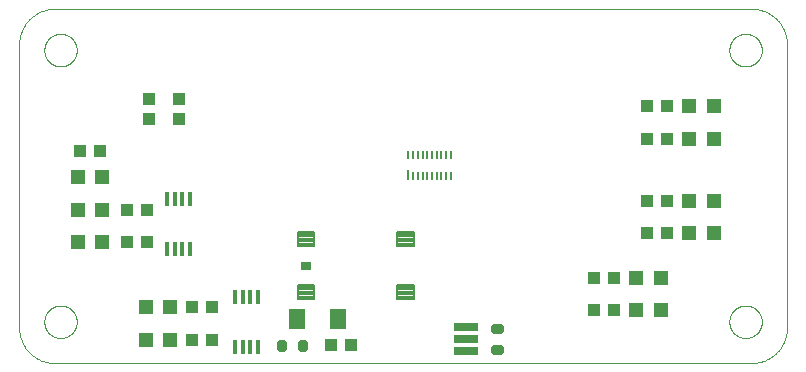
<source format=gtp>
G75*
%MOIN*%
%OFA0B0*%
%FSLAX25Y25*%
%IPPOS*%
%LPD*%
%AMOC8*
5,1,8,0,0,1.08239X$1,22.5*
%
%ADD10C,0.00000*%
%ADD11R,0.04724X0.04724*%
%ADD12C,0.02830*%
%ADD13R,0.07874X0.02756*%
%ADD14C,0.00827*%
%ADD15R,0.03500X0.03000*%
%ADD16R,0.05512X0.07087*%
%ADD17R,0.01181X0.04724*%
%ADD18R,0.03937X0.04331*%
%ADD19R,0.04331X0.03937*%
%ADD20R,0.00787X0.03150*%
%ADD21R,0.00787X0.03543*%
D10*
X0013811Y0013041D02*
X0246094Y0013041D01*
X0246379Y0013044D01*
X0246665Y0013055D01*
X0246950Y0013072D01*
X0247234Y0013096D01*
X0247518Y0013127D01*
X0247801Y0013165D01*
X0248082Y0013210D01*
X0248363Y0013261D01*
X0248643Y0013319D01*
X0248921Y0013384D01*
X0249197Y0013456D01*
X0249471Y0013534D01*
X0249744Y0013619D01*
X0250014Y0013711D01*
X0250282Y0013809D01*
X0250548Y0013913D01*
X0250811Y0014024D01*
X0251071Y0014141D01*
X0251329Y0014264D01*
X0251583Y0014394D01*
X0251834Y0014530D01*
X0252082Y0014671D01*
X0252326Y0014819D01*
X0252567Y0014972D01*
X0252803Y0015132D01*
X0253036Y0015297D01*
X0253265Y0015467D01*
X0253490Y0015643D01*
X0253710Y0015825D01*
X0253926Y0016011D01*
X0254137Y0016203D01*
X0254344Y0016400D01*
X0254546Y0016602D01*
X0254743Y0016809D01*
X0254935Y0017020D01*
X0255121Y0017236D01*
X0255303Y0017456D01*
X0255479Y0017681D01*
X0255649Y0017910D01*
X0255814Y0018143D01*
X0255974Y0018379D01*
X0256127Y0018620D01*
X0256275Y0018864D01*
X0256416Y0019112D01*
X0256552Y0019363D01*
X0256682Y0019617D01*
X0256805Y0019875D01*
X0256922Y0020135D01*
X0257033Y0020398D01*
X0257137Y0020664D01*
X0257235Y0020932D01*
X0257327Y0021202D01*
X0257412Y0021475D01*
X0257490Y0021749D01*
X0257562Y0022025D01*
X0257627Y0022303D01*
X0257685Y0022583D01*
X0257736Y0022864D01*
X0257781Y0023145D01*
X0257819Y0023428D01*
X0257850Y0023712D01*
X0257874Y0023996D01*
X0257891Y0024281D01*
X0257902Y0024567D01*
X0257905Y0024852D01*
X0257906Y0024852D02*
X0257906Y0119340D01*
X0257905Y0119340D02*
X0257902Y0119625D01*
X0257891Y0119911D01*
X0257874Y0120196D01*
X0257850Y0120480D01*
X0257819Y0120764D01*
X0257781Y0121047D01*
X0257736Y0121328D01*
X0257685Y0121609D01*
X0257627Y0121889D01*
X0257562Y0122167D01*
X0257490Y0122443D01*
X0257412Y0122717D01*
X0257327Y0122990D01*
X0257235Y0123260D01*
X0257137Y0123528D01*
X0257033Y0123794D01*
X0256922Y0124057D01*
X0256805Y0124317D01*
X0256682Y0124575D01*
X0256552Y0124829D01*
X0256416Y0125080D01*
X0256275Y0125328D01*
X0256127Y0125572D01*
X0255974Y0125813D01*
X0255814Y0126049D01*
X0255649Y0126282D01*
X0255479Y0126511D01*
X0255303Y0126736D01*
X0255121Y0126956D01*
X0254935Y0127172D01*
X0254743Y0127383D01*
X0254546Y0127590D01*
X0254344Y0127792D01*
X0254137Y0127989D01*
X0253926Y0128181D01*
X0253710Y0128367D01*
X0253490Y0128549D01*
X0253265Y0128725D01*
X0253036Y0128895D01*
X0252803Y0129060D01*
X0252567Y0129220D01*
X0252326Y0129373D01*
X0252082Y0129521D01*
X0251834Y0129662D01*
X0251583Y0129798D01*
X0251329Y0129928D01*
X0251071Y0130051D01*
X0250811Y0130168D01*
X0250548Y0130279D01*
X0250282Y0130383D01*
X0250014Y0130481D01*
X0249744Y0130573D01*
X0249471Y0130658D01*
X0249197Y0130736D01*
X0248921Y0130808D01*
X0248643Y0130873D01*
X0248363Y0130931D01*
X0248082Y0130982D01*
X0247801Y0131027D01*
X0247518Y0131065D01*
X0247234Y0131096D01*
X0246950Y0131120D01*
X0246665Y0131137D01*
X0246379Y0131148D01*
X0246094Y0131151D01*
X0013811Y0131151D01*
X0013526Y0131148D01*
X0013240Y0131137D01*
X0012955Y0131120D01*
X0012671Y0131096D01*
X0012387Y0131065D01*
X0012104Y0131027D01*
X0011823Y0130982D01*
X0011542Y0130931D01*
X0011262Y0130873D01*
X0010984Y0130808D01*
X0010708Y0130736D01*
X0010434Y0130658D01*
X0010161Y0130573D01*
X0009891Y0130481D01*
X0009623Y0130383D01*
X0009357Y0130279D01*
X0009094Y0130168D01*
X0008834Y0130051D01*
X0008576Y0129928D01*
X0008322Y0129798D01*
X0008071Y0129662D01*
X0007823Y0129521D01*
X0007579Y0129373D01*
X0007338Y0129220D01*
X0007102Y0129060D01*
X0006869Y0128895D01*
X0006640Y0128725D01*
X0006415Y0128549D01*
X0006195Y0128367D01*
X0005979Y0128181D01*
X0005768Y0127989D01*
X0005561Y0127792D01*
X0005359Y0127590D01*
X0005162Y0127383D01*
X0004970Y0127172D01*
X0004784Y0126956D01*
X0004602Y0126736D01*
X0004426Y0126511D01*
X0004256Y0126282D01*
X0004091Y0126049D01*
X0003931Y0125813D01*
X0003778Y0125572D01*
X0003630Y0125328D01*
X0003489Y0125080D01*
X0003353Y0124829D01*
X0003223Y0124575D01*
X0003100Y0124317D01*
X0002983Y0124057D01*
X0002872Y0123794D01*
X0002768Y0123528D01*
X0002670Y0123260D01*
X0002578Y0122990D01*
X0002493Y0122717D01*
X0002415Y0122443D01*
X0002343Y0122167D01*
X0002278Y0121889D01*
X0002220Y0121609D01*
X0002169Y0121328D01*
X0002124Y0121047D01*
X0002086Y0120764D01*
X0002055Y0120480D01*
X0002031Y0120196D01*
X0002014Y0119911D01*
X0002003Y0119625D01*
X0002000Y0119340D01*
X0002000Y0024852D01*
X0002003Y0024567D01*
X0002014Y0024281D01*
X0002031Y0023996D01*
X0002055Y0023712D01*
X0002086Y0023428D01*
X0002124Y0023145D01*
X0002169Y0022864D01*
X0002220Y0022583D01*
X0002278Y0022303D01*
X0002343Y0022025D01*
X0002415Y0021749D01*
X0002493Y0021475D01*
X0002578Y0021202D01*
X0002670Y0020932D01*
X0002768Y0020664D01*
X0002872Y0020398D01*
X0002983Y0020135D01*
X0003100Y0019875D01*
X0003223Y0019617D01*
X0003353Y0019363D01*
X0003489Y0019112D01*
X0003630Y0018864D01*
X0003778Y0018620D01*
X0003931Y0018379D01*
X0004091Y0018143D01*
X0004256Y0017910D01*
X0004426Y0017681D01*
X0004602Y0017456D01*
X0004784Y0017236D01*
X0004970Y0017020D01*
X0005162Y0016809D01*
X0005359Y0016602D01*
X0005561Y0016400D01*
X0005768Y0016203D01*
X0005979Y0016011D01*
X0006195Y0015825D01*
X0006415Y0015643D01*
X0006640Y0015467D01*
X0006869Y0015297D01*
X0007102Y0015132D01*
X0007338Y0014972D01*
X0007579Y0014819D01*
X0007823Y0014671D01*
X0008071Y0014530D01*
X0008322Y0014394D01*
X0008576Y0014264D01*
X0008834Y0014141D01*
X0009094Y0014024D01*
X0009357Y0013913D01*
X0009623Y0013809D01*
X0009891Y0013711D01*
X0010161Y0013619D01*
X0010434Y0013534D01*
X0010708Y0013456D01*
X0010984Y0013384D01*
X0011262Y0013319D01*
X0011542Y0013261D01*
X0011823Y0013210D01*
X0012104Y0013165D01*
X0012387Y0013127D01*
X0012671Y0013096D01*
X0012955Y0013072D01*
X0013240Y0013055D01*
X0013526Y0013044D01*
X0013811Y0013041D01*
X0010367Y0026820D02*
X0010369Y0026967D01*
X0010375Y0027113D01*
X0010385Y0027259D01*
X0010399Y0027405D01*
X0010417Y0027551D01*
X0010438Y0027696D01*
X0010464Y0027840D01*
X0010494Y0027984D01*
X0010527Y0028126D01*
X0010564Y0028268D01*
X0010605Y0028409D01*
X0010650Y0028548D01*
X0010699Y0028687D01*
X0010751Y0028824D01*
X0010808Y0028959D01*
X0010867Y0029093D01*
X0010931Y0029225D01*
X0010998Y0029355D01*
X0011068Y0029484D01*
X0011142Y0029611D01*
X0011219Y0029735D01*
X0011300Y0029858D01*
X0011384Y0029978D01*
X0011471Y0030096D01*
X0011561Y0030211D01*
X0011654Y0030324D01*
X0011751Y0030435D01*
X0011850Y0030543D01*
X0011952Y0030648D01*
X0012057Y0030750D01*
X0012165Y0030849D01*
X0012276Y0030946D01*
X0012389Y0031039D01*
X0012504Y0031129D01*
X0012622Y0031216D01*
X0012742Y0031300D01*
X0012865Y0031381D01*
X0012989Y0031458D01*
X0013116Y0031532D01*
X0013245Y0031602D01*
X0013375Y0031669D01*
X0013507Y0031733D01*
X0013641Y0031792D01*
X0013776Y0031849D01*
X0013913Y0031901D01*
X0014052Y0031950D01*
X0014191Y0031995D01*
X0014332Y0032036D01*
X0014474Y0032073D01*
X0014616Y0032106D01*
X0014760Y0032136D01*
X0014904Y0032162D01*
X0015049Y0032183D01*
X0015195Y0032201D01*
X0015341Y0032215D01*
X0015487Y0032225D01*
X0015633Y0032231D01*
X0015780Y0032233D01*
X0015927Y0032231D01*
X0016073Y0032225D01*
X0016219Y0032215D01*
X0016365Y0032201D01*
X0016511Y0032183D01*
X0016656Y0032162D01*
X0016800Y0032136D01*
X0016944Y0032106D01*
X0017086Y0032073D01*
X0017228Y0032036D01*
X0017369Y0031995D01*
X0017508Y0031950D01*
X0017647Y0031901D01*
X0017784Y0031849D01*
X0017919Y0031792D01*
X0018053Y0031733D01*
X0018185Y0031669D01*
X0018315Y0031602D01*
X0018444Y0031532D01*
X0018571Y0031458D01*
X0018695Y0031381D01*
X0018818Y0031300D01*
X0018938Y0031216D01*
X0019056Y0031129D01*
X0019171Y0031039D01*
X0019284Y0030946D01*
X0019395Y0030849D01*
X0019503Y0030750D01*
X0019608Y0030648D01*
X0019710Y0030543D01*
X0019809Y0030435D01*
X0019906Y0030324D01*
X0019999Y0030211D01*
X0020089Y0030096D01*
X0020176Y0029978D01*
X0020260Y0029858D01*
X0020341Y0029735D01*
X0020418Y0029611D01*
X0020492Y0029484D01*
X0020562Y0029355D01*
X0020629Y0029225D01*
X0020693Y0029093D01*
X0020752Y0028959D01*
X0020809Y0028824D01*
X0020861Y0028687D01*
X0020910Y0028548D01*
X0020955Y0028409D01*
X0020996Y0028268D01*
X0021033Y0028126D01*
X0021066Y0027984D01*
X0021096Y0027840D01*
X0021122Y0027696D01*
X0021143Y0027551D01*
X0021161Y0027405D01*
X0021175Y0027259D01*
X0021185Y0027113D01*
X0021191Y0026967D01*
X0021193Y0026820D01*
X0021191Y0026673D01*
X0021185Y0026527D01*
X0021175Y0026381D01*
X0021161Y0026235D01*
X0021143Y0026089D01*
X0021122Y0025944D01*
X0021096Y0025800D01*
X0021066Y0025656D01*
X0021033Y0025514D01*
X0020996Y0025372D01*
X0020955Y0025231D01*
X0020910Y0025092D01*
X0020861Y0024953D01*
X0020809Y0024816D01*
X0020752Y0024681D01*
X0020693Y0024547D01*
X0020629Y0024415D01*
X0020562Y0024285D01*
X0020492Y0024156D01*
X0020418Y0024029D01*
X0020341Y0023905D01*
X0020260Y0023782D01*
X0020176Y0023662D01*
X0020089Y0023544D01*
X0019999Y0023429D01*
X0019906Y0023316D01*
X0019809Y0023205D01*
X0019710Y0023097D01*
X0019608Y0022992D01*
X0019503Y0022890D01*
X0019395Y0022791D01*
X0019284Y0022694D01*
X0019171Y0022601D01*
X0019056Y0022511D01*
X0018938Y0022424D01*
X0018818Y0022340D01*
X0018695Y0022259D01*
X0018571Y0022182D01*
X0018444Y0022108D01*
X0018315Y0022038D01*
X0018185Y0021971D01*
X0018053Y0021907D01*
X0017919Y0021848D01*
X0017784Y0021791D01*
X0017647Y0021739D01*
X0017508Y0021690D01*
X0017369Y0021645D01*
X0017228Y0021604D01*
X0017086Y0021567D01*
X0016944Y0021534D01*
X0016800Y0021504D01*
X0016656Y0021478D01*
X0016511Y0021457D01*
X0016365Y0021439D01*
X0016219Y0021425D01*
X0016073Y0021415D01*
X0015927Y0021409D01*
X0015780Y0021407D01*
X0015633Y0021409D01*
X0015487Y0021415D01*
X0015341Y0021425D01*
X0015195Y0021439D01*
X0015049Y0021457D01*
X0014904Y0021478D01*
X0014760Y0021504D01*
X0014616Y0021534D01*
X0014474Y0021567D01*
X0014332Y0021604D01*
X0014191Y0021645D01*
X0014052Y0021690D01*
X0013913Y0021739D01*
X0013776Y0021791D01*
X0013641Y0021848D01*
X0013507Y0021907D01*
X0013375Y0021971D01*
X0013245Y0022038D01*
X0013116Y0022108D01*
X0012989Y0022182D01*
X0012865Y0022259D01*
X0012742Y0022340D01*
X0012622Y0022424D01*
X0012504Y0022511D01*
X0012389Y0022601D01*
X0012276Y0022694D01*
X0012165Y0022791D01*
X0012057Y0022890D01*
X0011952Y0022992D01*
X0011850Y0023097D01*
X0011751Y0023205D01*
X0011654Y0023316D01*
X0011561Y0023429D01*
X0011471Y0023544D01*
X0011384Y0023662D01*
X0011300Y0023782D01*
X0011219Y0023905D01*
X0011142Y0024029D01*
X0011068Y0024156D01*
X0010998Y0024285D01*
X0010931Y0024415D01*
X0010867Y0024547D01*
X0010808Y0024681D01*
X0010751Y0024816D01*
X0010699Y0024953D01*
X0010650Y0025092D01*
X0010605Y0025231D01*
X0010564Y0025372D01*
X0010527Y0025514D01*
X0010494Y0025656D01*
X0010464Y0025800D01*
X0010438Y0025944D01*
X0010417Y0026089D01*
X0010399Y0026235D01*
X0010385Y0026381D01*
X0010375Y0026527D01*
X0010369Y0026673D01*
X0010367Y0026820D01*
X0010367Y0117371D02*
X0010369Y0117518D01*
X0010375Y0117664D01*
X0010385Y0117810D01*
X0010399Y0117956D01*
X0010417Y0118102D01*
X0010438Y0118247D01*
X0010464Y0118391D01*
X0010494Y0118535D01*
X0010527Y0118677D01*
X0010564Y0118819D01*
X0010605Y0118960D01*
X0010650Y0119099D01*
X0010699Y0119238D01*
X0010751Y0119375D01*
X0010808Y0119510D01*
X0010867Y0119644D01*
X0010931Y0119776D01*
X0010998Y0119906D01*
X0011068Y0120035D01*
X0011142Y0120162D01*
X0011219Y0120286D01*
X0011300Y0120409D01*
X0011384Y0120529D01*
X0011471Y0120647D01*
X0011561Y0120762D01*
X0011654Y0120875D01*
X0011751Y0120986D01*
X0011850Y0121094D01*
X0011952Y0121199D01*
X0012057Y0121301D01*
X0012165Y0121400D01*
X0012276Y0121497D01*
X0012389Y0121590D01*
X0012504Y0121680D01*
X0012622Y0121767D01*
X0012742Y0121851D01*
X0012865Y0121932D01*
X0012989Y0122009D01*
X0013116Y0122083D01*
X0013245Y0122153D01*
X0013375Y0122220D01*
X0013507Y0122284D01*
X0013641Y0122343D01*
X0013776Y0122400D01*
X0013913Y0122452D01*
X0014052Y0122501D01*
X0014191Y0122546D01*
X0014332Y0122587D01*
X0014474Y0122624D01*
X0014616Y0122657D01*
X0014760Y0122687D01*
X0014904Y0122713D01*
X0015049Y0122734D01*
X0015195Y0122752D01*
X0015341Y0122766D01*
X0015487Y0122776D01*
X0015633Y0122782D01*
X0015780Y0122784D01*
X0015927Y0122782D01*
X0016073Y0122776D01*
X0016219Y0122766D01*
X0016365Y0122752D01*
X0016511Y0122734D01*
X0016656Y0122713D01*
X0016800Y0122687D01*
X0016944Y0122657D01*
X0017086Y0122624D01*
X0017228Y0122587D01*
X0017369Y0122546D01*
X0017508Y0122501D01*
X0017647Y0122452D01*
X0017784Y0122400D01*
X0017919Y0122343D01*
X0018053Y0122284D01*
X0018185Y0122220D01*
X0018315Y0122153D01*
X0018444Y0122083D01*
X0018571Y0122009D01*
X0018695Y0121932D01*
X0018818Y0121851D01*
X0018938Y0121767D01*
X0019056Y0121680D01*
X0019171Y0121590D01*
X0019284Y0121497D01*
X0019395Y0121400D01*
X0019503Y0121301D01*
X0019608Y0121199D01*
X0019710Y0121094D01*
X0019809Y0120986D01*
X0019906Y0120875D01*
X0019999Y0120762D01*
X0020089Y0120647D01*
X0020176Y0120529D01*
X0020260Y0120409D01*
X0020341Y0120286D01*
X0020418Y0120162D01*
X0020492Y0120035D01*
X0020562Y0119906D01*
X0020629Y0119776D01*
X0020693Y0119644D01*
X0020752Y0119510D01*
X0020809Y0119375D01*
X0020861Y0119238D01*
X0020910Y0119099D01*
X0020955Y0118960D01*
X0020996Y0118819D01*
X0021033Y0118677D01*
X0021066Y0118535D01*
X0021096Y0118391D01*
X0021122Y0118247D01*
X0021143Y0118102D01*
X0021161Y0117956D01*
X0021175Y0117810D01*
X0021185Y0117664D01*
X0021191Y0117518D01*
X0021193Y0117371D01*
X0021191Y0117224D01*
X0021185Y0117078D01*
X0021175Y0116932D01*
X0021161Y0116786D01*
X0021143Y0116640D01*
X0021122Y0116495D01*
X0021096Y0116351D01*
X0021066Y0116207D01*
X0021033Y0116065D01*
X0020996Y0115923D01*
X0020955Y0115782D01*
X0020910Y0115643D01*
X0020861Y0115504D01*
X0020809Y0115367D01*
X0020752Y0115232D01*
X0020693Y0115098D01*
X0020629Y0114966D01*
X0020562Y0114836D01*
X0020492Y0114707D01*
X0020418Y0114580D01*
X0020341Y0114456D01*
X0020260Y0114333D01*
X0020176Y0114213D01*
X0020089Y0114095D01*
X0019999Y0113980D01*
X0019906Y0113867D01*
X0019809Y0113756D01*
X0019710Y0113648D01*
X0019608Y0113543D01*
X0019503Y0113441D01*
X0019395Y0113342D01*
X0019284Y0113245D01*
X0019171Y0113152D01*
X0019056Y0113062D01*
X0018938Y0112975D01*
X0018818Y0112891D01*
X0018695Y0112810D01*
X0018571Y0112733D01*
X0018444Y0112659D01*
X0018315Y0112589D01*
X0018185Y0112522D01*
X0018053Y0112458D01*
X0017919Y0112399D01*
X0017784Y0112342D01*
X0017647Y0112290D01*
X0017508Y0112241D01*
X0017369Y0112196D01*
X0017228Y0112155D01*
X0017086Y0112118D01*
X0016944Y0112085D01*
X0016800Y0112055D01*
X0016656Y0112029D01*
X0016511Y0112008D01*
X0016365Y0111990D01*
X0016219Y0111976D01*
X0016073Y0111966D01*
X0015927Y0111960D01*
X0015780Y0111958D01*
X0015633Y0111960D01*
X0015487Y0111966D01*
X0015341Y0111976D01*
X0015195Y0111990D01*
X0015049Y0112008D01*
X0014904Y0112029D01*
X0014760Y0112055D01*
X0014616Y0112085D01*
X0014474Y0112118D01*
X0014332Y0112155D01*
X0014191Y0112196D01*
X0014052Y0112241D01*
X0013913Y0112290D01*
X0013776Y0112342D01*
X0013641Y0112399D01*
X0013507Y0112458D01*
X0013375Y0112522D01*
X0013245Y0112589D01*
X0013116Y0112659D01*
X0012989Y0112733D01*
X0012865Y0112810D01*
X0012742Y0112891D01*
X0012622Y0112975D01*
X0012504Y0113062D01*
X0012389Y0113152D01*
X0012276Y0113245D01*
X0012165Y0113342D01*
X0012057Y0113441D01*
X0011952Y0113543D01*
X0011850Y0113648D01*
X0011751Y0113756D01*
X0011654Y0113867D01*
X0011561Y0113980D01*
X0011471Y0114095D01*
X0011384Y0114213D01*
X0011300Y0114333D01*
X0011219Y0114456D01*
X0011142Y0114580D01*
X0011068Y0114707D01*
X0010998Y0114836D01*
X0010931Y0114966D01*
X0010867Y0115098D01*
X0010808Y0115232D01*
X0010751Y0115367D01*
X0010699Y0115504D01*
X0010650Y0115643D01*
X0010605Y0115782D01*
X0010564Y0115923D01*
X0010527Y0116065D01*
X0010494Y0116207D01*
X0010464Y0116351D01*
X0010438Y0116495D01*
X0010417Y0116640D01*
X0010399Y0116786D01*
X0010385Y0116932D01*
X0010375Y0117078D01*
X0010369Y0117224D01*
X0010367Y0117371D01*
X0238713Y0117371D02*
X0238715Y0117518D01*
X0238721Y0117664D01*
X0238731Y0117810D01*
X0238745Y0117956D01*
X0238763Y0118102D01*
X0238784Y0118247D01*
X0238810Y0118391D01*
X0238840Y0118535D01*
X0238873Y0118677D01*
X0238910Y0118819D01*
X0238951Y0118960D01*
X0238996Y0119099D01*
X0239045Y0119238D01*
X0239097Y0119375D01*
X0239154Y0119510D01*
X0239213Y0119644D01*
X0239277Y0119776D01*
X0239344Y0119906D01*
X0239414Y0120035D01*
X0239488Y0120162D01*
X0239565Y0120286D01*
X0239646Y0120409D01*
X0239730Y0120529D01*
X0239817Y0120647D01*
X0239907Y0120762D01*
X0240000Y0120875D01*
X0240097Y0120986D01*
X0240196Y0121094D01*
X0240298Y0121199D01*
X0240403Y0121301D01*
X0240511Y0121400D01*
X0240622Y0121497D01*
X0240735Y0121590D01*
X0240850Y0121680D01*
X0240968Y0121767D01*
X0241088Y0121851D01*
X0241211Y0121932D01*
X0241335Y0122009D01*
X0241462Y0122083D01*
X0241591Y0122153D01*
X0241721Y0122220D01*
X0241853Y0122284D01*
X0241987Y0122343D01*
X0242122Y0122400D01*
X0242259Y0122452D01*
X0242398Y0122501D01*
X0242537Y0122546D01*
X0242678Y0122587D01*
X0242820Y0122624D01*
X0242962Y0122657D01*
X0243106Y0122687D01*
X0243250Y0122713D01*
X0243395Y0122734D01*
X0243541Y0122752D01*
X0243687Y0122766D01*
X0243833Y0122776D01*
X0243979Y0122782D01*
X0244126Y0122784D01*
X0244273Y0122782D01*
X0244419Y0122776D01*
X0244565Y0122766D01*
X0244711Y0122752D01*
X0244857Y0122734D01*
X0245002Y0122713D01*
X0245146Y0122687D01*
X0245290Y0122657D01*
X0245432Y0122624D01*
X0245574Y0122587D01*
X0245715Y0122546D01*
X0245854Y0122501D01*
X0245993Y0122452D01*
X0246130Y0122400D01*
X0246265Y0122343D01*
X0246399Y0122284D01*
X0246531Y0122220D01*
X0246661Y0122153D01*
X0246790Y0122083D01*
X0246917Y0122009D01*
X0247041Y0121932D01*
X0247164Y0121851D01*
X0247284Y0121767D01*
X0247402Y0121680D01*
X0247517Y0121590D01*
X0247630Y0121497D01*
X0247741Y0121400D01*
X0247849Y0121301D01*
X0247954Y0121199D01*
X0248056Y0121094D01*
X0248155Y0120986D01*
X0248252Y0120875D01*
X0248345Y0120762D01*
X0248435Y0120647D01*
X0248522Y0120529D01*
X0248606Y0120409D01*
X0248687Y0120286D01*
X0248764Y0120162D01*
X0248838Y0120035D01*
X0248908Y0119906D01*
X0248975Y0119776D01*
X0249039Y0119644D01*
X0249098Y0119510D01*
X0249155Y0119375D01*
X0249207Y0119238D01*
X0249256Y0119099D01*
X0249301Y0118960D01*
X0249342Y0118819D01*
X0249379Y0118677D01*
X0249412Y0118535D01*
X0249442Y0118391D01*
X0249468Y0118247D01*
X0249489Y0118102D01*
X0249507Y0117956D01*
X0249521Y0117810D01*
X0249531Y0117664D01*
X0249537Y0117518D01*
X0249539Y0117371D01*
X0249537Y0117224D01*
X0249531Y0117078D01*
X0249521Y0116932D01*
X0249507Y0116786D01*
X0249489Y0116640D01*
X0249468Y0116495D01*
X0249442Y0116351D01*
X0249412Y0116207D01*
X0249379Y0116065D01*
X0249342Y0115923D01*
X0249301Y0115782D01*
X0249256Y0115643D01*
X0249207Y0115504D01*
X0249155Y0115367D01*
X0249098Y0115232D01*
X0249039Y0115098D01*
X0248975Y0114966D01*
X0248908Y0114836D01*
X0248838Y0114707D01*
X0248764Y0114580D01*
X0248687Y0114456D01*
X0248606Y0114333D01*
X0248522Y0114213D01*
X0248435Y0114095D01*
X0248345Y0113980D01*
X0248252Y0113867D01*
X0248155Y0113756D01*
X0248056Y0113648D01*
X0247954Y0113543D01*
X0247849Y0113441D01*
X0247741Y0113342D01*
X0247630Y0113245D01*
X0247517Y0113152D01*
X0247402Y0113062D01*
X0247284Y0112975D01*
X0247164Y0112891D01*
X0247041Y0112810D01*
X0246917Y0112733D01*
X0246790Y0112659D01*
X0246661Y0112589D01*
X0246531Y0112522D01*
X0246399Y0112458D01*
X0246265Y0112399D01*
X0246130Y0112342D01*
X0245993Y0112290D01*
X0245854Y0112241D01*
X0245715Y0112196D01*
X0245574Y0112155D01*
X0245432Y0112118D01*
X0245290Y0112085D01*
X0245146Y0112055D01*
X0245002Y0112029D01*
X0244857Y0112008D01*
X0244711Y0111990D01*
X0244565Y0111976D01*
X0244419Y0111966D01*
X0244273Y0111960D01*
X0244126Y0111958D01*
X0243979Y0111960D01*
X0243833Y0111966D01*
X0243687Y0111976D01*
X0243541Y0111990D01*
X0243395Y0112008D01*
X0243250Y0112029D01*
X0243106Y0112055D01*
X0242962Y0112085D01*
X0242820Y0112118D01*
X0242678Y0112155D01*
X0242537Y0112196D01*
X0242398Y0112241D01*
X0242259Y0112290D01*
X0242122Y0112342D01*
X0241987Y0112399D01*
X0241853Y0112458D01*
X0241721Y0112522D01*
X0241591Y0112589D01*
X0241462Y0112659D01*
X0241335Y0112733D01*
X0241211Y0112810D01*
X0241088Y0112891D01*
X0240968Y0112975D01*
X0240850Y0113062D01*
X0240735Y0113152D01*
X0240622Y0113245D01*
X0240511Y0113342D01*
X0240403Y0113441D01*
X0240298Y0113543D01*
X0240196Y0113648D01*
X0240097Y0113756D01*
X0240000Y0113867D01*
X0239907Y0113980D01*
X0239817Y0114095D01*
X0239730Y0114213D01*
X0239646Y0114333D01*
X0239565Y0114456D01*
X0239488Y0114580D01*
X0239414Y0114707D01*
X0239344Y0114836D01*
X0239277Y0114966D01*
X0239213Y0115098D01*
X0239154Y0115232D01*
X0239097Y0115367D01*
X0239045Y0115504D01*
X0238996Y0115643D01*
X0238951Y0115782D01*
X0238910Y0115923D01*
X0238873Y0116065D01*
X0238840Y0116207D01*
X0238810Y0116351D01*
X0238784Y0116495D01*
X0238763Y0116640D01*
X0238745Y0116786D01*
X0238731Y0116932D01*
X0238721Y0117078D01*
X0238715Y0117224D01*
X0238713Y0117371D01*
X0238713Y0026820D02*
X0238715Y0026967D01*
X0238721Y0027113D01*
X0238731Y0027259D01*
X0238745Y0027405D01*
X0238763Y0027551D01*
X0238784Y0027696D01*
X0238810Y0027840D01*
X0238840Y0027984D01*
X0238873Y0028126D01*
X0238910Y0028268D01*
X0238951Y0028409D01*
X0238996Y0028548D01*
X0239045Y0028687D01*
X0239097Y0028824D01*
X0239154Y0028959D01*
X0239213Y0029093D01*
X0239277Y0029225D01*
X0239344Y0029355D01*
X0239414Y0029484D01*
X0239488Y0029611D01*
X0239565Y0029735D01*
X0239646Y0029858D01*
X0239730Y0029978D01*
X0239817Y0030096D01*
X0239907Y0030211D01*
X0240000Y0030324D01*
X0240097Y0030435D01*
X0240196Y0030543D01*
X0240298Y0030648D01*
X0240403Y0030750D01*
X0240511Y0030849D01*
X0240622Y0030946D01*
X0240735Y0031039D01*
X0240850Y0031129D01*
X0240968Y0031216D01*
X0241088Y0031300D01*
X0241211Y0031381D01*
X0241335Y0031458D01*
X0241462Y0031532D01*
X0241591Y0031602D01*
X0241721Y0031669D01*
X0241853Y0031733D01*
X0241987Y0031792D01*
X0242122Y0031849D01*
X0242259Y0031901D01*
X0242398Y0031950D01*
X0242537Y0031995D01*
X0242678Y0032036D01*
X0242820Y0032073D01*
X0242962Y0032106D01*
X0243106Y0032136D01*
X0243250Y0032162D01*
X0243395Y0032183D01*
X0243541Y0032201D01*
X0243687Y0032215D01*
X0243833Y0032225D01*
X0243979Y0032231D01*
X0244126Y0032233D01*
X0244273Y0032231D01*
X0244419Y0032225D01*
X0244565Y0032215D01*
X0244711Y0032201D01*
X0244857Y0032183D01*
X0245002Y0032162D01*
X0245146Y0032136D01*
X0245290Y0032106D01*
X0245432Y0032073D01*
X0245574Y0032036D01*
X0245715Y0031995D01*
X0245854Y0031950D01*
X0245993Y0031901D01*
X0246130Y0031849D01*
X0246265Y0031792D01*
X0246399Y0031733D01*
X0246531Y0031669D01*
X0246661Y0031602D01*
X0246790Y0031532D01*
X0246917Y0031458D01*
X0247041Y0031381D01*
X0247164Y0031300D01*
X0247284Y0031216D01*
X0247402Y0031129D01*
X0247517Y0031039D01*
X0247630Y0030946D01*
X0247741Y0030849D01*
X0247849Y0030750D01*
X0247954Y0030648D01*
X0248056Y0030543D01*
X0248155Y0030435D01*
X0248252Y0030324D01*
X0248345Y0030211D01*
X0248435Y0030096D01*
X0248522Y0029978D01*
X0248606Y0029858D01*
X0248687Y0029735D01*
X0248764Y0029611D01*
X0248838Y0029484D01*
X0248908Y0029355D01*
X0248975Y0029225D01*
X0249039Y0029093D01*
X0249098Y0028959D01*
X0249155Y0028824D01*
X0249207Y0028687D01*
X0249256Y0028548D01*
X0249301Y0028409D01*
X0249342Y0028268D01*
X0249379Y0028126D01*
X0249412Y0027984D01*
X0249442Y0027840D01*
X0249468Y0027696D01*
X0249489Y0027551D01*
X0249507Y0027405D01*
X0249521Y0027259D01*
X0249531Y0027113D01*
X0249537Y0026967D01*
X0249539Y0026820D01*
X0249537Y0026673D01*
X0249531Y0026527D01*
X0249521Y0026381D01*
X0249507Y0026235D01*
X0249489Y0026089D01*
X0249468Y0025944D01*
X0249442Y0025800D01*
X0249412Y0025656D01*
X0249379Y0025514D01*
X0249342Y0025372D01*
X0249301Y0025231D01*
X0249256Y0025092D01*
X0249207Y0024953D01*
X0249155Y0024816D01*
X0249098Y0024681D01*
X0249039Y0024547D01*
X0248975Y0024415D01*
X0248908Y0024285D01*
X0248838Y0024156D01*
X0248764Y0024029D01*
X0248687Y0023905D01*
X0248606Y0023782D01*
X0248522Y0023662D01*
X0248435Y0023544D01*
X0248345Y0023429D01*
X0248252Y0023316D01*
X0248155Y0023205D01*
X0248056Y0023097D01*
X0247954Y0022992D01*
X0247849Y0022890D01*
X0247741Y0022791D01*
X0247630Y0022694D01*
X0247517Y0022601D01*
X0247402Y0022511D01*
X0247284Y0022424D01*
X0247164Y0022340D01*
X0247041Y0022259D01*
X0246917Y0022182D01*
X0246790Y0022108D01*
X0246661Y0022038D01*
X0246531Y0021971D01*
X0246399Y0021907D01*
X0246265Y0021848D01*
X0246130Y0021791D01*
X0245993Y0021739D01*
X0245854Y0021690D01*
X0245715Y0021645D01*
X0245574Y0021604D01*
X0245432Y0021567D01*
X0245290Y0021534D01*
X0245146Y0021504D01*
X0245002Y0021478D01*
X0244857Y0021457D01*
X0244711Y0021439D01*
X0244565Y0021425D01*
X0244419Y0021415D01*
X0244273Y0021409D01*
X0244126Y0021407D01*
X0243979Y0021409D01*
X0243833Y0021415D01*
X0243687Y0021425D01*
X0243541Y0021439D01*
X0243395Y0021457D01*
X0243250Y0021478D01*
X0243106Y0021504D01*
X0242962Y0021534D01*
X0242820Y0021567D01*
X0242678Y0021604D01*
X0242537Y0021645D01*
X0242398Y0021690D01*
X0242259Y0021739D01*
X0242122Y0021791D01*
X0241987Y0021848D01*
X0241853Y0021907D01*
X0241721Y0021971D01*
X0241591Y0022038D01*
X0241462Y0022108D01*
X0241335Y0022182D01*
X0241211Y0022259D01*
X0241088Y0022340D01*
X0240968Y0022424D01*
X0240850Y0022511D01*
X0240735Y0022601D01*
X0240622Y0022694D01*
X0240511Y0022791D01*
X0240403Y0022890D01*
X0240298Y0022992D01*
X0240196Y0023097D01*
X0240097Y0023205D01*
X0240000Y0023316D01*
X0239907Y0023429D01*
X0239817Y0023544D01*
X0239730Y0023662D01*
X0239646Y0023782D01*
X0239565Y0023905D01*
X0239488Y0024029D01*
X0239414Y0024156D01*
X0239344Y0024285D01*
X0239277Y0024415D01*
X0239213Y0024547D01*
X0239154Y0024681D01*
X0239097Y0024816D01*
X0239045Y0024953D01*
X0238996Y0025092D01*
X0238951Y0025231D01*
X0238910Y0025372D01*
X0238873Y0025514D01*
X0238840Y0025656D01*
X0238810Y0025800D01*
X0238784Y0025944D01*
X0238763Y0026089D01*
X0238745Y0026235D01*
X0238731Y0026381D01*
X0238721Y0026527D01*
X0238715Y0026673D01*
X0238713Y0026820D01*
D11*
X0215780Y0030757D03*
X0207512Y0030757D03*
X0207512Y0041584D03*
X0215780Y0041584D03*
X0225228Y0056348D03*
X0233496Y0056348D03*
X0233496Y0067174D03*
X0225228Y0067174D03*
X0225228Y0087844D03*
X0233496Y0087844D03*
X0233496Y0098670D03*
X0225228Y0098670D03*
X0052394Y0031741D03*
X0044126Y0031741D03*
X0044126Y0020915D03*
X0052394Y0020915D03*
X0029756Y0053395D03*
X0021488Y0053395D03*
X0021488Y0064222D03*
X0029756Y0064222D03*
X0029756Y0075048D03*
X0021488Y0075048D03*
D12*
X0089289Y0019499D02*
X0089289Y0017999D01*
X0089289Y0019499D02*
X0089995Y0019499D01*
X0089995Y0017999D01*
X0089289Y0017999D01*
X0096289Y0017999D02*
X0096289Y0019499D01*
X0096995Y0019499D01*
X0096995Y0017999D01*
X0096289Y0017999D01*
X0162199Y0017768D02*
X0162199Y0017062D01*
X0160699Y0017062D01*
X0160699Y0017768D01*
X0162199Y0017768D01*
X0162199Y0024062D02*
X0162199Y0024768D01*
X0162199Y0024062D02*
X0160699Y0024062D01*
X0160699Y0024768D01*
X0162199Y0024768D01*
D13*
X0150819Y0025048D03*
X0150819Y0021111D03*
X0150819Y0017174D03*
D14*
X0133476Y0034320D02*
X0128004Y0034320D01*
X0128004Y0039006D01*
X0133476Y0039006D01*
X0133476Y0034320D01*
X0133476Y0035146D02*
X0128004Y0035146D01*
X0128004Y0035972D02*
X0133476Y0035972D01*
X0133476Y0036798D02*
X0128004Y0036798D01*
X0128004Y0037624D02*
X0133476Y0037624D01*
X0133476Y0038450D02*
X0128004Y0038450D01*
X0128004Y0052036D02*
X0133476Y0052036D01*
X0128004Y0052036D02*
X0128004Y0056722D01*
X0133476Y0056722D01*
X0133476Y0052036D01*
X0133476Y0052862D02*
X0128004Y0052862D01*
X0128004Y0053688D02*
X0133476Y0053688D01*
X0133476Y0054514D02*
X0128004Y0054514D01*
X0128004Y0055340D02*
X0133476Y0055340D01*
X0133476Y0056166D02*
X0128004Y0056166D01*
X0100405Y0052036D02*
X0094933Y0052036D01*
X0094933Y0056722D01*
X0100405Y0056722D01*
X0100405Y0052036D01*
X0100405Y0052862D02*
X0094933Y0052862D01*
X0094933Y0053688D02*
X0100405Y0053688D01*
X0100405Y0054514D02*
X0094933Y0054514D01*
X0094933Y0055340D02*
X0100405Y0055340D01*
X0100405Y0056166D02*
X0094933Y0056166D01*
X0094933Y0034320D02*
X0100405Y0034320D01*
X0094933Y0034320D02*
X0094933Y0039006D01*
X0100405Y0039006D01*
X0100405Y0034320D01*
X0100405Y0035146D02*
X0094933Y0035146D01*
X0094933Y0035972D02*
X0100405Y0035972D01*
X0100405Y0036798D02*
X0094933Y0036798D01*
X0094933Y0037624D02*
X0100405Y0037624D01*
X0100405Y0038450D02*
X0094933Y0038450D01*
D15*
X0097455Y0045521D03*
D16*
X0094717Y0027804D03*
X0108102Y0027804D03*
D17*
X0081622Y0035135D03*
X0079063Y0035135D03*
X0076504Y0035135D03*
X0073945Y0035135D03*
X0058984Y0050981D03*
X0056425Y0050981D03*
X0053866Y0050981D03*
X0051307Y0050981D03*
X0051307Y0067615D03*
X0053866Y0067615D03*
X0056425Y0067615D03*
X0058984Y0067615D03*
X0073945Y0018501D03*
X0076504Y0018501D03*
X0079063Y0018501D03*
X0081622Y0018501D03*
D18*
X0066370Y0020915D03*
X0059677Y0020915D03*
X0059677Y0031741D03*
X0066370Y0031741D03*
X0105937Y0018946D03*
X0112630Y0018946D03*
X0044717Y0053395D03*
X0038024Y0053395D03*
X0038024Y0064222D03*
X0044717Y0064222D03*
X0028969Y0083907D03*
X0022276Y0083907D03*
X0193535Y0041584D03*
X0200228Y0041584D03*
X0200228Y0030757D03*
X0193535Y0030757D03*
X0211252Y0056348D03*
X0217945Y0056348D03*
X0217945Y0067174D03*
X0211252Y0067174D03*
X0211252Y0087844D03*
X0217945Y0087844D03*
X0217945Y0098670D03*
X0211252Y0098670D03*
D19*
X0055150Y0101033D03*
X0045307Y0101033D03*
X0045307Y0094340D03*
X0055150Y0094340D03*
D20*
X0131724Y0082529D03*
X0133299Y0082529D03*
X0134874Y0082529D03*
X0136449Y0082529D03*
X0138024Y0082529D03*
X0139598Y0082529D03*
X0141173Y0082529D03*
X0142748Y0082529D03*
X0144323Y0082529D03*
X0145898Y0082529D03*
X0145898Y0075442D03*
X0144323Y0075442D03*
X0142748Y0075442D03*
X0141173Y0075442D03*
X0139598Y0075442D03*
X0138024Y0075442D03*
X0136449Y0075442D03*
X0134874Y0075442D03*
X0133299Y0075442D03*
D21*
X0131724Y0075639D03*
M02*

</source>
